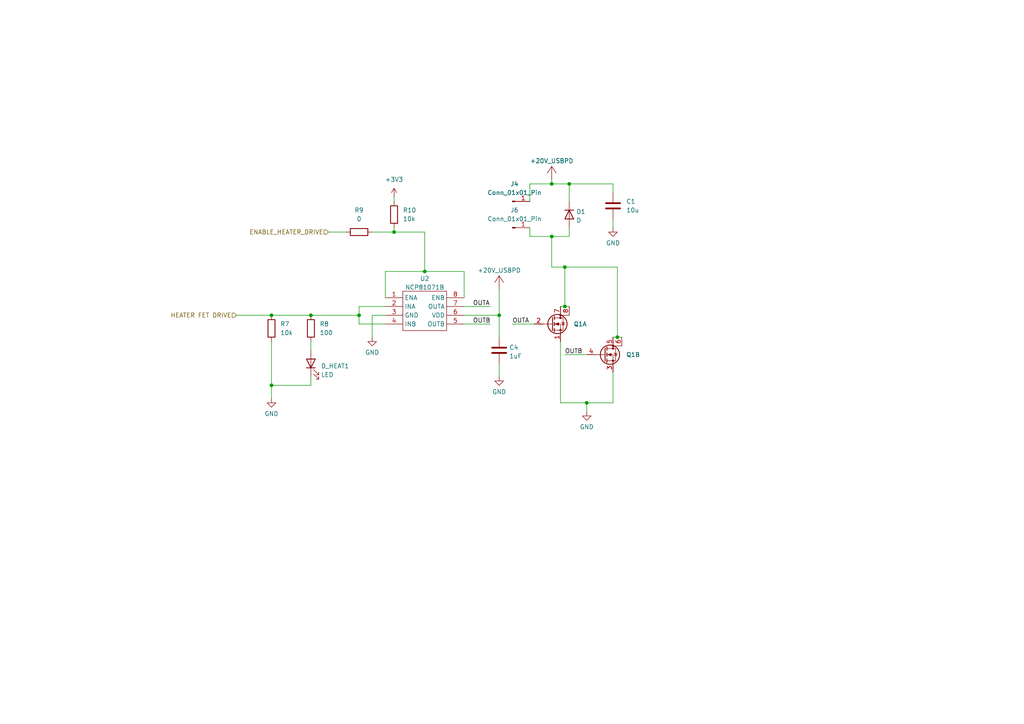
<source format=kicad_sch>
(kicad_sch (version 20230121) (generator eeschema)
  (paper "A4")
  (lib_symbols
    (symbol "Connector:Conn_01x01_Pin" (pin_names (offset 1.016) hide)
      (property "Reference" "J" (at 0 2.54 0))
      (property "Value" "Conn_01x01_Pin" (at 0 -2.54 0))
      (symbol "Conn_01x01_Pin_1_1"
        (polyline (pts (xy 1.27 0) (xy 0.8636 0)) (stroke (width 0.1524)))
        (rectangle (start 0.8636 0.127) (end 0 -0.127) (stroke (width 0.1524)) (fill (type outline)))
        (pin passive line (at 5.08 0 180) (length 3.81) (name "Pin_1") (number "1"))
      )
    )
    (symbol "Device:C" (pin_numbers hide) (pin_names (offset 0.254))
      (property "Reference" "C" (at 0.635 2.54 0))
      (property "Value" "C" (at 0.635 -2.54 0))
      (symbol "C_0_1"
        (polyline (pts (xy -2.032 -0.762) (xy 2.032 -0.762)) (stroke (width 0.508)))
        (polyline (pts (xy -2.032 0.762) (xy 2.032 0.762)) (stroke (width 0.508)))
      )
      (symbol "C_1_1"
        (pin passive line (at 0 3.81 270) (length 2.794) (name "~") (number "1"))
        (pin passive line (at 0 -3.81 90) (length 2.794) (name "~") (number "2"))
      )
    )
    (symbol "Device:D" (pin_numbers hide) (pin_names (offset 1.016) hide)
      (property "Reference" "D" (at 0 2.54 0))
      (property "Value" "D" (at 0 -2.54 0))
      (symbol "D_0_1"
        (polyline (pts (xy -1.27 1.27) (xy -1.27 -1.27)) (stroke (width 0.254)))
        (polyline (pts (xy 1.27 0) (xy -1.27 0)))
        (polyline (pts (xy 1.27 1.27) (xy 1.27 -1.27) (xy -1.27 0) (xy 1.27 1.27)) (stroke (width 0.254)))
      )
      (symbol "D_1_1"
        (pin passive line (at -3.81 0 0) (length 2.54) (name "K") (number "1"))
        (pin passive line (at 3.81 0 180) (length 2.54) (name "A") (number "2"))
      )
    )
    (symbol "Device:LED" (pin_numbers hide) (pin_names (offset 1.016) hide)
      (property "Reference" "D" (at 0 2.54 0))
      (property "Value" "LED" (at 0 -2.54 0))
      (symbol "LED_0_1"
        (polyline (pts (xy -1.27 -1.27) (xy -1.27 1.27)) (stroke (width 0.254)))
        (polyline (pts (xy -1.27 0) (xy 1.27 0)))
        (polyline (pts (xy 1.27 -1.27) (xy 1.27 1.27) (xy -1.27 0) (xy 1.27 -1.27)) (stroke (width 0.254)))
        (polyline (pts (xy -3.048 -0.762) (xy -4.572 -2.286) (xy -3.81 -2.286) (xy -4.572 -2.286) (xy -4.572 -1.524)))
        (polyline (pts (xy -1.778 -0.762) (xy -3.302 -2.286) (xy -2.54 -2.286) (xy -3.302 -2.286) (xy -3.302 -1.524)))
      )
      (symbol "LED_1_1"
        (pin passive line (at -3.81 0 0) (length 2.54) (name "K") (number "1"))
        (pin passive line (at 3.81 0 180) (length 2.54) (name "A") (number "2"))
      )
    )
    (symbol "Device:Q_Dual_NMOS_S1G1S2G2D2D2D1D1" (pin_names (offset 0) hide)
      (property "Reference" "Q" (at 5.08 1.27 0))
      (property "Value" "Q_Dual_NMOS_S1G1S2G2D2D2D1D1" (at 5.08 -1.27 0))
      (symbol "Q_Dual_NMOS_S1G1S2G2D2D2D1D1_0_1"
        (polyline (pts (xy 0.254 0) (xy -2.54 0)))
        (polyline (pts (xy 0.254 1.905) (xy 0.254 -1.905)) (stroke (width 0.254)))
        (polyline (pts (xy 0.762 -1.27) (xy 0.762 -2.286)) (stroke (width 0.254)))
        (polyline (pts (xy 0.762 0.508) (xy 0.762 -0.508)) (stroke (width 0.254)))
        (polyline (pts (xy 0.762 2.286) (xy 0.762 1.27)) (stroke (width 0.254)))
        (polyline (pts (xy 2.54 2.54) (xy 2.54 1.778)))
        (polyline (pts (xy 5.08 2.54) (xy 2.54 2.54)))
        (polyline (pts (xy 2.54 -2.54) (xy 2.54 0) (xy 0.762 0)))
        (polyline (pts (xy 0.762 -1.778) (xy 3.302 -1.778) (xy 3.302 1.778) (xy 0.762 1.778)))
        (polyline (pts (xy 1.016 0) (xy 2.032 0.381) (xy 2.032 -0.381) (xy 1.016 0)) (fill (type outline)))
        (polyline (pts (xy 2.794 0.508) (xy 2.921 0.381) (xy 3.683 0.381) (xy 3.81 0.254)))
        (polyline (pts (xy 3.302 0.381) (xy 2.921 -0.254) (xy 3.683 -0.254) (xy 3.302 0.381)))
        (circle (center 1.651 0) (radius 2.794) (stroke (width 0.254)))
        (circle (center 2.54 -1.778) (radius 0.254) (fill (type outline)))
        (circle (center 2.54 1.778) (radius 0.254) (fill (type outline)))
        (circle (center 2.54 2.54) (radius 0.254) (fill (type outline)))
      )
      (symbol "Q_Dual_NMOS_S1G1S2G2D2D2D1D1_1_1"
        (pin passive line (at 2.54 -5.08 90) (length 2.54) (name "S") (number "1"))
        (pin input line (at -5.08 0 0) (length 2.54) (name "G") (number "2"))
        (pin passive line (at 2.54 5.08 270) (length 2.54) (name "D") (number "7"))
        (pin passive line (at 5.08 5.08 270) (length 2.54) (name "D") (number "8"))
      )
      (symbol "Q_Dual_NMOS_S1G1S2G2D2D2D1D1_2_1"
        (pin passive line (at 2.54 -5.08 90) (length 2.54) (name "S") (number "3"))
        (pin input line (at -5.08 0 0) (length 2.54) (name "G") (number "4"))
        (pin passive line (at 2.54 5.08 270) (length 2.54) (name "D") (number "5"))
        (pin passive line (at 5.08 5.08 270) (length 2.54) (name "D") (number "6"))
      )
    )
    (symbol "Device:R" (pin_numbers hide) (pin_names (offset 0))
      (property "Reference" "R" (at 2.032 0 90))
      (property "Value" "R" (at 0 0 90))
      (symbol "R_0_1"
        (rectangle (start -1.016 -2.54) (end 1.016 2.54) (stroke (width 0.254)))
      )
      (symbol "R_1_1"
        (pin passive line (at 0 3.81 270) (length 1.27) (name "~") (number "1"))
        (pin passive line (at 0 -3.81 90) (length 1.27) (name "~") (number "2"))
      )
    )
    (symbol "PDHV_sym:+20V_USBPD" (power) (in_bom no) (on_board no)
      (property "Value" "+20V_USBPD" (at 0 5.08 0))
      (symbol "+20V_USBPD_0_1"
        (polyline (pts (xy 0 0) (xy 0 3.81)))
        (polyline (pts (xy 0 3.81) (xy -1.27 1.905)))
        (polyline (pts (xy 0 3.81) (xy 1.27 1.905)))
      )
      (symbol "+20V_USBPD_1_1"
        (pin power_in line (at 0 0 90) (length 2.54) hide (name "+20V_USBPD") (number "1"))
      )
    )
    (symbol "power:+3V3" (power) (pin_names (offset 0))
      (property "Value" "+3V3" (at 0 3.556 0))
      (symbol "+3V3_0_1"
        (polyline (pts (xy -0.762 1.27) (xy 0 2.54)))
        (polyline (pts (xy 0 0) (xy 0 2.54)))
        (polyline (pts (xy 0 2.54) (xy 0.762 1.27)))
      )
      (symbol "+3V3_1_1"
        (pin power_in line (at 0 0 90) (length 0) hide (name "+3V3") (number "1"))
      )
    )
    (symbol "power:GND" (power) (pin_names (offset 0))
      (property "Value" "GND" (at 0 -3.81 0))
      (symbol "GND_0_1"
        (polyline (pts (xy 0 0) (xy 0 -1.27) (xy 1.27 -1.27) (xy 0 -2.54) (xy -1.27 -1.27) (xy 0 -1.27)))
      )
      (symbol "GND_1_1"
        (pin power_in line (at 0 0 270) (length 0) hide (name "GND") (number "1"))
      )
    )
    (symbol "project_assorted:NCP81071B"
      (property "Reference" "U" (at -5.08 3.175 0))
      (property "Value" "NCP81071B" (at 0 5.08 0))
      (symbol "NCP81071B_0_0"
        (pin unspecified line (at -11.43 0 0) (length 5.08) (name "ENA") (number "1"))
        (pin unspecified line (at -11.43 -2.54 0) (length 5.08) (name "INA") (number "2"))
        (pin unspecified line (at -11.43 -5.08 0) (length 5.08) (name "GND") (number "3"))
        (pin unspecified line (at -11.43 -7.62 0) (length 5.08) (name "INB") (number "4"))
        (pin unspecified line (at 11.43 -7.62 180) (length 5.08) (name "OUTB") (number "5"))
        (pin unspecified line (at 11.43 -5.08 180) (length 5.08) (name "VDD") (number "6"))
        (pin unspecified line (at 11.43 -2.54 180) (length 5.08) (name "OUTA") (number "7"))
        (pin unspecified line (at 11.43 0 180) (length 5.08) (name "ENB") (number "8"))
      )
      (symbol "NCP81071B_0_1"
        (rectangle (start -6.35 1.905) (end 6.35 -9.525) (stroke (width 0.1524)))
      )
    )
  )
  (junction (at 78.74 91.44))
  (junction (at 144.78 91.44))
  (junction (at 165.1 53.34))
  (junction (at 179.07 97.79))
  (junction (at 160.02 53.34))
  (junction (at 123.19 78.74))
  (junction (at 90.17 91.44))
  (junction (at 163.83 88.9))
  (junction (at 160.02 68.58))
  (junction (at 114.3 67.31))
  (junction (at 104.14 91.44))
  (junction (at 78.74 111.76))
  (junction (at 163.83 77.47))
  (junction (at 170.18 116.84))
  (wire (pts (xy 160.02 77.47) (xy 163.83 77.47)))
  (wire (pts (xy 177.8 97.79) (xy 179.07 97.79)))
  (wire (pts (xy 78.74 91.44) (xy 90.17 91.44)))
  (wire (pts (xy 160.02 68.58) (xy 160.02 77.47)))
  (wire (pts (xy 179.07 77.47) (xy 179.07 97.79)))
  (wire (pts (xy 177.8 116.84) (xy 177.8 107.95)))
  (wire (pts (xy 165.1 53.34) (xy 165.1 58.42)))
  (wire (pts (xy 111.76 78.74) (xy 123.19 78.74)))
  (wire (pts (xy 163.83 88.9) (xy 163.83 77.47)))
  (wire (pts (xy 111.76 86.36) (xy 111.76 78.74)))
  (wire (pts (xy 160.02 52.07) (xy 160.02 53.34)))
  (wire (pts (xy 162.56 116.84) (xy 170.18 116.84)))
  (wire (pts (xy 114.3 57.15) (xy 114.3 58.42)))
  (wire (pts (xy 114.3 66.04) (xy 114.3 67.31)))
  (wire (pts (xy 148.59 93.98) (xy 154.94 93.98)))
  (wire (pts (xy 144.78 91.44) (xy 134.62 91.44)))
  (wire (pts (xy 111.76 91.44) (xy 107.95 91.44)))
  (wire (pts (xy 104.14 88.9) (xy 104.14 91.44)))
  (wire (pts (xy 153.67 58.42) (xy 153.67 53.34)))
  (wire (pts (xy 78.74 111.76) (xy 78.74 115.57)))
  (wire (pts (xy 90.17 109.22) (xy 90.17 111.76)))
  (wire (pts (xy 177.8 63.5) (xy 177.8 66.04)))
  (wire (pts (xy 162.56 88.9) (xy 163.83 88.9)))
  (wire (pts (xy 144.78 105.41) (xy 144.78 109.22)))
  (wire (pts (xy 78.74 99.06) (xy 78.74 111.76)))
  (wire (pts (xy 90.17 91.44) (xy 104.14 91.44)))
  (wire (pts (xy 111.76 88.9) (xy 104.14 88.9)))
  (wire (pts (xy 144.78 83.82) (xy 144.78 91.44)))
  (wire (pts (xy 134.62 93.98) (xy 142.24 93.98)))
  (wire (pts (xy 160.02 53.34) (xy 165.1 53.34)))
  (wire (pts (xy 123.19 78.74) (xy 134.62 78.74)))
  (wire (pts (xy 179.07 97.79) (xy 180.34 97.79)))
  (wire (pts (xy 107.95 67.31) (xy 114.3 67.31)))
  (wire (pts (xy 177.8 53.34) (xy 177.8 55.88)))
  (wire (pts (xy 153.67 53.34) (xy 160.02 53.34)))
  (wire (pts (xy 123.19 67.31) (xy 114.3 67.31)))
  (wire (pts (xy 165.1 68.58) (xy 165.1 66.04)))
  (wire (pts (xy 144.78 97.79) (xy 144.78 91.44)))
  (wire (pts (xy 170.18 116.84) (xy 170.18 119.38)))
  (wire (pts (xy 170.18 116.84) (xy 177.8 116.84)))
  (wire (pts (xy 165.1 53.34) (xy 177.8 53.34)))
  (wire (pts (xy 153.67 66.04) (xy 153.67 68.58)))
  (wire (pts (xy 68.58 91.44) (xy 78.74 91.44)))
  (wire (pts (xy 104.14 91.44) (xy 104.14 93.98)))
  (wire (pts (xy 95.25 67.31) (xy 100.33 67.31)))
  (wire (pts (xy 134.62 78.74) (xy 134.62 86.36)))
  (wire (pts (xy 107.95 91.44) (xy 107.95 97.79)))
  (wire (pts (xy 160.02 68.58) (xy 165.1 68.58)))
  (wire (pts (xy 78.74 111.76) (xy 90.17 111.76)))
  (wire (pts (xy 153.67 68.58) (xy 160.02 68.58)))
  (wire (pts (xy 123.19 78.74) (xy 123.19 67.31)))
  (wire (pts (xy 162.56 99.06) (xy 162.56 116.84)))
  (wire (pts (xy 134.62 88.9) (xy 142.24 88.9)))
  (wire (pts (xy 163.83 88.9) (xy 165.1 88.9)))
  (wire (pts (xy 104.14 93.98) (xy 111.76 93.98)))
  (wire (pts (xy 163.83 77.47) (xy 179.07 77.47)))
  (wire (pts (xy 163.83 102.87) (xy 170.18 102.87)))
  (wire (pts (xy 90.17 99.06) (xy 90.17 101.6)))
  (label "OUTB" (at 137.16 93.98 0))
  (label "OUTA" (at 148.59 93.98 0))
  (label "OUTB" (at 163.83 102.87 0))
  (label "OUTA" (at 137.16 88.9 0))
  (hierarchical_label "ENABLE_HEATER_DRIVE" (shape input) (at 95.25 67.31 180))
  (hierarchical_label "HEATER FET DRIVE" (shape input) (at 68.58 91.44 180))
  (symbol (lib_id "Device:LED") (at 90.17 105.41 90) (unit 1)
    (property "Reference" "D_HEAT1" (at 93.091 106.1628 90) (effects (justify right)))
    (property "Value" "LED" (at 93.091 108.6997 90) (effects (justify right)))
    (property "Footprint" "LED_SMD:LED_0603_1608Metric_Pad1.05x0.95mm_HandSolder" (effects hide))
    (instances (project "HPcontroller" (path "" (reference "D_HEAT1") (unit 1)) (path "" (reference "D_HEAT2") (unit 1))))
  )
  (symbol (lib_id "project_assorted:NCP81071B") (at 123.19 86.36 0) (unit 1)
    (property "Reference" "U2" (at 123.19 80.806 0))
    (property "Value" "NCP81071B" (at 123.19 83.3429 0))
    (property "Footprint" "Package_SO:SOIC-8_3.9x4.9mm_P1.27mm" (effects hide))
    (instances (project "HPcontroller" (path "" (reference "U2") (unit 1)) (path "" (reference "U4") (unit 1))))
  )
  (symbol (lib_id "Connector:Conn_01x01_Pin") (at 148.59 58.42 0) (unit 1)
    (property "Reference" "J4" (at 149.225 53.34 0))
    (property "Value" "Conn_01x01_Pin" (at 149.225 55.88 0))
    (property "Footprint" "HPfootprint:S7051-42R" (effects hide))
  )
  (symbol (lib_id "power:GND") (at 170.18 119.38 0) (unit 1)
    (property "Reference" "#PWR0108" (effects hide))
    (property "Value" "GND" (at 170.18 123.8234 0))
    (instances (project "HPcontroller" (path "" (reference "#PWR0108") (unit 1)) (path "" (reference "#PWR019") (unit 1))))
  )
  (symbol (lib_id "power:GND") (at 177.8 66.04 0) (unit 1)
    (property "Reference" "#PWR0109" (effects hide))
    (property "Value" "GND" (at 177.8 70.4834 0))
    (instances (project "HPcontroller" (path "" (reference "#PWR0109") (unit 1)) (path "" (reference "#PWR020") (unit 1))))
  )
  (symbol (lib_id "power:GND") (at 78.74 115.57 0) (unit 1)
    (property "Reference" "#PWR0106" (effects hide))
    (property "Value" "GND" (at 78.74 120.0134 0))
    (instances (project "HPcontroller" (path "" (reference "#PWR0106") (unit 1)) (path "" (reference "#PWR013") (unit 1))))
  )
  (symbol (lib_id "Device:C") (at 177.8 59.69 0) (unit 1)
    (property "Reference" "C1" (at 181.61 58.4199 0) (effects (justify left)))
    (property "Value" "10u" (at 181.61 60.9599 0) (effects (justify left)))
    (property "Footprint" "Capacitor_SMD:C_0805_2012Metric_Pad1.18x1.45mm_HandSolder" (effects hide))
    (instances (project "HPcontroller" (path "" (reference "C1") (unit 1)) (path "" (reference "C3") (unit 1))))
  )
  (symbol (lib_id "Device:D") (at 165.1 62.23 270) (unit 1)
    (property "Reference" "D1" (at 167.132 61.3953 90) (effects (justify left)))
    (property "Value" "D" (at 167.132 63.9322 90) (effects (justify left)))
    (property "Footprint" "Diode_SMD:D_SMB_Handsoldering" (effects hide))
    (instances (project "HPcontroller" (path "" (reference "D1") (unit 1)) (path "" (reference "D3") (unit 1))))
  )
  (symbol (lib_id "PDHV_sym:+20V_USBPD") (at 160.02 52.07 0) (unit 1) (in_bom no) (on_board no)
    (property "Reference" "#PWR07" (effects hide))
    (property "Value" "+20V_USBPD" (at 160.02 46.6669 0))
    (instances (project "HPcontroller" (path "" (reference "#PWR07") (unit 1)) (path "" (reference "#PWR03") (unit 1))))
  )
  (symbol (lib_id "Device:Q_Dual_NMOS_S1G1S2G2D2D2D1D1") (at 175.26 102.87 0) (unit 2)
    (property "Reference" "Q1" (at 181.61 102.8699 0) (effects (justify left)))
    (property "Value" "Q_Dual_NMOS_S1G1S2G2D2D2D1D1" (effects hide))
    (property "Footprint" "Package_SO:SOIC-8_3.9x4.9mm_P1.27mm" (effects hide))
    (instances (project "HPcontroller" (path "" (reference "Q1") (unit 2)) (path "" (reference "Q3") (unit 2))))
  )
  (symbol (lib_id "Device:C") (at 144.78 101.6 0) (unit 1)
    (property "Reference" "C4" (at 147.701 100.7653 0) (effects (justify left)))
    (property "Value" "1uF" (at 147.701 103.3022 0) (effects (justify left)))
    (property "Footprint" "Capacitor_SMD:C_0805_2012Metric_Pad1.18x1.45mm_HandSolder" (effects hide))
    (instances (project "HPcontroller" (path "" (reference "C4") (unit 1)) (path "" (reference "C2") (unit 1))))
  )
  (symbol (lib_id "Device:R") (at 90.17 95.25 0) (unit 1)
    (property "Reference" "R8" (at 92.71 93.9799 0) (effects (justify left)))
    (property "Value" "100" (at 92.71 96.5199 0) (effects (justify left)))
    (property "Footprint" "Resistor_SMD:R_0805_2012Metric_Pad1.20x1.40mm_HandSolder" (effects hide))
    (instances (project "HPcontroller" (path "" (reference "R8") (unit 1)) (path "" (reference "R20") (unit 1))))
  )
  (symbol (lib_id "power:GND") (at 107.95 97.79 0) (unit 1)
    (property "Reference" "#PWR0105" (effects hide))
    (property "Value" "GND" (at 107.95 102.2334 0))
    (instances (project "HPcontroller" (path "" (reference "#PWR0105") (unit 1)) (path "" (reference "#PWR014") (unit 1))))
  )
  (symbol (lib_id "Device:R") (at 78.74 95.25 0) (unit 1)
    (property "Reference" "R7" (at 81.28 93.9799 0) (effects (justify left)))
    (property "Value" "10k" (at 81.28 96.5199 0) (effects (justify left)))
    (property "Footprint" "Resistor_SMD:R_0805_2012Metric_Pad1.20x1.40mm_HandSolder" (effects hide))
    (instances (project "HPcontroller" (path "" (reference "R7") (unit 1)) (path "" (reference "R19") (unit 1))))
  )
  (symbol (lib_id "Device:Q_Dual_NMOS_S1G1S2G2D2D2D1D1") (at 160.02 93.98 0) (unit 1)
    (property "Reference" "Q1" (at 166.37 93.9799 0) (effects (justify left)))
    (property "Value" "Q_Dual_NMOS_S1G1S2G2D2D2D1D1" (effects hide))
    (property "Footprint" "Package_SO:SOIC-8_3.9x4.9mm_P1.27mm" (effects hide))
    (instances (project "HPcontroller" (path "" (reference "Q1") (unit 1)) (path "" (reference "Q3") (unit 1))))
  )
  (symbol (lib_id "Connector:Conn_01x01_Pin") (at 148.59 66.04 0) (unit 1)
    (property "Reference" "J6" (at 149.225 60.96 0))
    (property "Value" "Conn_01x01_Pin" (at 149.225 63.5 0))
    (property "Footprint" "HPfootprint:S7051-42R" (effects hide))
  )
  (symbol (lib_id "power:+3V3") (at 114.3 57.15 0) (unit 1)
    (property "Reference" "#PWR0107" (effects hide))
    (property "Value" "+3V3" (at 114.3 52.07 0))
    (instances (project "HPcontroller" (path "" (reference "#PWR0107") (unit 1)) (path "" (reference "#PWR015") (unit 1))))
  )
  (symbol (lib_id "Device:R") (at 104.14 67.31 90) (unit 1)
    (property "Reference" "R9" (at 104.14 60.96 90))
    (property "Value" "0" (at 104.14 63.5 90))
    (property "Footprint" "Jumper:SolderJumper-2_P1.3mm_Bridged_RoundedPad1.0x1.5mm" (effects hide))
    (instances (project "HPcontroller" (path "" (reference "R9") (unit 1)) (path "" (reference "R21") (unit 1))))
  )
  (symbol (lib_id "PDHV_sym:+20V_USBPD") (at 144.78 83.82 0) (unit 1) (in_bom no) (on_board no)
    (property "Reference" "#PWR07" (effects hide))
    (property "Value" "+20V_USBPD" (at 144.78 78.4169 0))
    (instances (project "HPcontroller" (path "" (reference "#PWR07") (unit 1)) (path "" (reference "#PWR04") (unit 1))))
  )
  (symbol (lib_id "power:GND") (at 144.78 109.22 0) (unit 1)
    (property "Reference" "#PWR0134" (effects hide))
    (property "Value" "GND" (at 144.78 113.6634 0))
    (instances (project "HPcontroller" (path "" (reference "#PWR0134") (unit 1)) (path "" (reference "#PWR017") (unit 1))))
  )
  (symbol (lib_id "Device:R") (at 114.3 62.23 0) (unit 1)
    (property "Reference" "R10" (at 116.84 60.9599 0) (effects (justify left)))
    (property "Value" "10k" (at 116.84 63.4999 0) (effects (justify left)))
    (property "Footprint" "Resistor_SMD:R_0805_2012Metric_Pad1.20x1.40mm_HandSolder" (effects hide))
    (instances (project "HPcontroller" (path "" (reference "R10") (unit 1)) (path "" (reference "R22") (unit 1))))
  )
)
</source>
